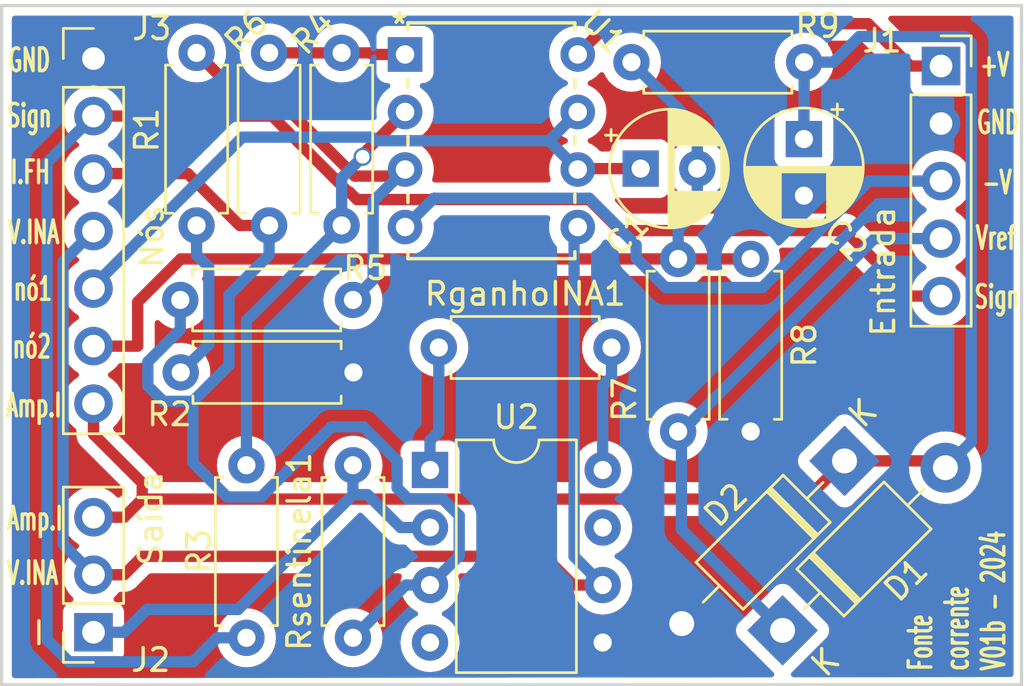
<source format=kicad_pcb>
(kicad_pcb (version 20221018) (generator pcbnew)
  (layers (0 "F.Cu" signal) (31 "B.Cu" signal) (34 "B.Paste" user) (35 "F.Paste" user) (36 "B.SilkS" user "B.Silkscreen") (37 "F.SilkS" user "F.Silkscreen") (38 "B.Mask" user) (39 "F.Mask" user) (44 "Edge.Cuts" user))
  (net 0 "")
  (net 1 "nó1")
  (net 2 "nó2")
  (net 3 "Net-(U1-+IN1)")
  (net 4 "Earth")
  (net 5 "Vref")
  (net 6 "VCC")
  (net 7 "VEE")
  (net 8 "signal")
  (net 9 "I")
  (net 10 "V_INA")
  (net 11 "Ampl_I")
  (net 12 "out_corrente")
  (net 13 "Net-(U1--IN1)")
  (net 14 "Net-(R1-Pad2)")
  (net 15 "Net-(U1-OUT1)")
  (net 16 "Net-(RganhoINA1-Pad1)")
  (net 17 "Net-(RganhoINA1-Pad2)")
  (net 18 "-9V")
  (net 19 "+9V")
  (footprint "Resistor_THT:R_Axial_DIN0207_L6.3mm_D2.5mm_P7.62mm_Horizontal" (layer "F.Cu") (at 228.25 93.49 -90)
    (fp_text reference "R8" (at 3.81 -2.37 90) (layer "F.SilkS"))
    (fp_text value "100k")
    (pad "1" thru_hole circle (at 0 0 270) (size 1.6 1.6) (drill 0.8) (layers "*.Cu" "*.Mask") (net 2 "nó2"))
    (pad "2" thru_hole oval (at 7.62 0 270) (size 1.6 1.6) (drill 0.8) (layers "*.Cu" "*.Mask") (net 4 "Earth"))
  )
  (footprint "Capacitor_THT:CP_Radial_D5.0mm_P2.50mm" (layer "F.Cu") (at 223.3949 89.5)
    (fp_text reference "C1" (at -0.594888 2.9 45) (layer "F.SilkS"))
    (fp_text value "1 uF")
    (pad "1" thru_hole rect (at 0 0) (size 1.6 1.6) (drill 0.8) (layers "*.Cu" "*.Mask") (net 1 "nó1"))
    (pad "2" thru_hole circle (at 2.5 0) (size 1.6 1.6) (drill 0.8) (layers "*.Cu" "*.Mask") (net 2 "nó2"))
  )
  (footprint "Connector_PinSocket_2.54mm:PinSocket_1x03_P2.54mm_Vertical" (layer "F.Cu") (at 199.25 109.975 180)
    (fp_text reference "J2" (at -2.525 -1.225 180) (layer "F.SilkS"))
    (fp_text value "Saída" (at -2.525 5.025 270) (layer "F.SilkS"))
    (pad "1" thru_hole rect (at 0 0 180) (size 1.7 1.7) (drill 1) (layers "*.Cu" "*.Mask") (net 9 "I"))
    (pad "2" thru_hole oval (at 0 2.54 180) (size 1.7 1.7) (drill 1) (layers "*.Cu" "*.Mask") (net 10 "V_INA"))
    (pad "3" thru_hole oval (at 0 5.08 180) (size 1.7 1.7) (drill 1) (layers "*.Cu" "*.Mask") (net 11 "Ampl_I"))
  )
  (footprint "Resistor_THT:R_Axial_DIN0207_L6.3mm_D2.5mm_P7.62mm_Horizontal" (layer "F.Cu") (at 214.49 97.4)
    (fp_text reference "RganhoINA1" (at 3.81 -2.37) (layer "F.SilkS"))
    (fp_text value "3,3k")
    (pad "1" thru_hole circle (at 0 0) (size 1.6 1.6) (drill 0.8) (layers "*.Cu" "*.Mask") (net 16 "Net-(RganhoINA1-Pad1)"))
    (pad "2" thru_hole oval (at 7.62 0) (size 1.6 1.6) (drill 0.8) (layers "*.Cu" "*.Mask") (net 17 "Net-(RganhoINA1-Pad2)"))
  )
  (footprint "Resistor_THT:R_Axial_DIN0207_L6.3mm_D2.5mm_P7.62mm_Horizontal" (layer "F.Cu") (at 203.8 84.39 -90)
    (fp_text reference "R1" (at 3.41 2.2 90) (layer "F.SilkS"))
    (fp_text value "100k")
    (pad "1" thru_hole circle (at 0 0 270) (size 1.6 1.6) (drill 0.8) (layers "*.Cu" "*.Mask") (net 3 "Net-(U1-+IN1)"))
    (pad "2" thru_hole oval (at 7.62 0 270) (size 1.6 1.6) (drill 0.8) (layers "*.Cu" "*.Mask") (net 14 "Net-(R1-Pad2)"))
  )
  (footprint "Resistor_THT:R_Axial_DIN0207_L6.3mm_D2.5mm_P7.62mm_Horizontal" (layer "F.Cu") (at 210.2 92.01 90)
    (fp_text reference "R4" (at 8.51 -1.25 225) (layer "F.SilkS"))
    (fp_text value "100k")
    (pad "1" thru_hole circle (at 0 0 90) (size 1.6 1.6) (drill 0.8) (layers "*.Cu" "*.Mask") (net 13 "Net-(U1--IN1)"))
    (pad "2" thru_hole oval (at 7.62 0 90) (size 1.6 1.6) (drill 0.8) (layers "*.Cu" "*.Mask") (net 15 "Net-(U1-OUT1)"))
  )
  (footprint "Diode_THT:D_DO-41_SOD81_P10.16mm_Horizontal" (layer "F.Cu") (at 229.6579 109.8921 45)
    (fp_text reference "D1" (at 5.433553 2.262741 45) (layer "F.SilkS"))
    (fp_text value "1N5819")
    (fp_text user "K" (at 0.342385 2.333452 45) (layer "F.SilkS"))
    (pad "1" thru_hole rect (at 0 0 45) (size 2.2 2.2) (drill 1.1) (layers "*.Cu" "*.Mask") (net 5 "Vref"))
    (pad "2" thru_hole oval (at 10.16 0 45) (size 2.2 2.2) (drill 1.1) (layers "*.Cu" "*.Mask") (net 11 "Ampl_I"))
  )
  (footprint "Resistor_THT:R_Axial_DIN0207_L6.3mm_D2.5mm_P7.62mm_Horizontal" (layer "F.Cu") (at 210.7 95.3 180)
    (fp_text reference "R5" (at -0.55 1.4) (layer "F.SilkS"))
    (fp_text value "100k")
    (pad "1" thru_hole circle (at 0 0 180) (size 1.6 1.6) (drill 0.8) (layers "*.Cu" "*.Mask") (net 3 "Net-(U1-+IN1)"))
    (pad "2" thru_hole oval (at 7.62 0 180) (size 1.6 1.6) (drill 0.8) (layers "*.Cu" "*.Mask") (net 12 "out_corrente"))
  )
  (footprint "Resistor_THT:R_Axial_DIN0207_L6.3mm_D2.5mm_P7.62mm_Horizontal" (layer "F.Cu") (at 210.7 110.22 90)
    (fp_text reference "Rsentinela1" (at 3.81 -2.37 90) (layer "F.SilkS"))
    (fp_text value "10")
    (pad "1" thru_hole circle (at 0 0 90) (size 1.6 1.6) (drill 0.8) (layers "*.Cu" "*.Mask") (net 12 "out_corrente"))
    (pad "2" thru_hole oval (at 7.62 0 90) (size 1.6 1.6) (drill 0.8) (layers "*.Cu" "*.Mask") (net 9 "I"))
  )
  (footprint "Package_DIP:DIP-8_W7.62mm" (layer "F.Cu") (at 214.1 102.81)
    (fp_text reference "U2" (at 3.81 -2.33) (layer "F.SilkS"))
    (fp_text value "INA128")
    (pad "1" thru_hole rect (at 0 0) (size 1.6 1.6) (drill 0.8) (layers "*.Cu" "*.Mask") (net 16 "Net-(RganhoINA1-Pad1)"))
    (pad "2" thru_hole oval (at 0 2.54) (size 1.6 1.6) (drill 0.8) (layers "*.Cu" "*.Mask") (net 9 "I"))
    (pad "3" thru_hole oval (at 0 5.08) (size 1.6 1.6) (drill 0.8) (layers "*.Cu" "*.Mask") (net 12 "out_corrente"))
    (pad "4" thru_hole oval (at 0 7.62) (size 1.6 1.6) (drill 0.8) (layers "*.Cu" "*.Mask") (net 18 "-9V"))
    (pad "5" thru_hole oval (at 7.62 7.62) (size 1.6 1.6) (drill 0.8) (layers "*.Cu" "*.Mask") (net 4 "Earth"))
    (pad "6" thru_hole oval (at 7.62 5.08) (size 1.6 1.6) (drill 0.8) (layers "*.Cu" "*.Mask") (net 10 "V_INA"))
    (pad "7" thru_hole oval (at 7.62 2.54) (size 1.6 1.6) (drill 0.8) (layers "*.Cu" "*.Mask") (net 19 "+9V"))
    (pad "8" thru_hole oval (at 7.62 0) (size 1.6 1.6) (drill 0.8) (layers "*.Cu" "*.Mask") (net 17 "Net-(RganhoINA1-Pad2)"))
  )
  (footprint "Resistor_THT:R_Axial_DIN0207_L6.3mm_D2.5mm_P7.62mm_Horizontal" (layer "F.Cu") (at 207 84.39 -90)
    (fp_text reference "R6" (at -0.94 1 -135) (layer "F.SilkS"))
    (fp_text value "1k")
    (pad "1" thru_hole circle (at 0 0 270) (size 1.6 1.6) (drill 0.8) (layers "*.Cu" "*.Mask") (net 15 "Net-(U1-OUT1)"))
    (pad "2" thru_hole oval (at 7.62 0 270) (size 1.6 1.6) (drill 0.8) (layers "*.Cu" "*.Mask") (net 12 "out_corrente"))
  )
  (footprint "Resistor_THT:R_Axial_DIN0207_L6.3mm_D2.5mm_P7.62mm_Horizontal" (layer "F.Cu") (at 206 102.6 -90)
    (fp_text reference "R3" (at 3.8 2.1 90) (layer "F.SilkS"))
    (fp_text value "100k")
    (pad "1" thru_hole circle (at 0 0 270) (size 1.6 1.6) (drill 0.8) (layers "*.Cu" "*.Mask") (net 13 "Net-(U1--IN1)"))
    (pad "2" thru_hole oval (at 7.62 0 270) (size 1.6 1.6) (drill 0.8) (layers "*.Cu" "*.Mask") (net 8 "signal"))
  )
  (footprint "AD828:N_8_ADI" (layer "F.Cu") (at 213 84.46)
    (fp_text reference "U1" (at 8.75 -1.01 -45 unlocked) (layer "F.SilkS"))
    (fp_text value "AD828AN")
    (fp_text user "*" (at -0.25 -1.31) (layer "F.SilkS"))
    (pad "1" thru_hole rect (at 0 0) (size 1.524 1.524) (drill 0.8128) (layers "*.Cu" "*.Mask") (net 15 "Net-(U1-OUT1)"))
    (pad "2" thru_hole circle (at 0 2.54) (size 1.524 1.524) (drill 0.8128) (layers "*.Cu" "*.Mask") (net 13 "Net-(U1--IN1)"))
    (pad "3" thru_hole circle (at 0 5.08) (size 1.524 1.524) (drill 0.8128) (layers "*.Cu" "*.Mask") (net 3 "Net-(U1-+IN1)"))
    (pad "4" thru_hole circle (at 0 7.62) (size 1.524 1.524) (drill 0.8128) (layers "*.Cu" "*.Mask") (net 7 "VEE"))
    (pad "5" thru_hole circle (at 7.62 7.62) (size 1.524 1.524) (drill 0.8128) (layers "*.Cu" "*.Mask") (net 10 "V_INA"))
    (pad "6" thru_hole circle (at 7.62 5.08) (size 1.524 1.524) (drill 0.8128) (layers "*.Cu" "*.Mask") (net 1 "nó1"))
    (pad "7" thru_hole circle (at 7.62 2.54) (size 1.524 1.524) (drill 0.8128) (layers "*.Cu" "*.Mask") (net 1 "nó1"))
    (pad "8" thru_hole circle (at 7.62 0) (size 1.524 1.524) (drill 0.8128) (layers "*.Cu" "*.Mask") (net 6 "VCC"))
  )
  (footprint "Capacitor_THT:CP_Radial_D5.0mm_P2.50mm" (layer "F.Cu") (at 230.6 88.1949 -90)
    (fp_text reference "C2" (at 4.455113 -1.85 -225) (layer "F.SilkS"))
    (fp_text value "470 pF")
    (pad "1" thru_hole rect (at 0 0 270) (size 1.6 1.6) (drill 0.8) (layers "*.Cu" "*.Mask") (net 11 "Ampl_I"))
    (pad "2" thru_hole circle (at 2.5 0 270) (size 1.6 1.6) (drill 0.8) (layers "*.Cu" "*.Mask") (net 4 "Earth"))
  )
  (footprint "Resistor_THT:R_Axial_DIN0207_L6.3mm_D2.5mm_P7.62mm_Horizontal" (layer "F.Cu") (at 225.05 101.11 90)
    (fp_text reference "R7" (at 1.41 -2.37 90) (layer "F.SilkS"))
    (fp_text value "100k")
    (pad "1" thru_hole circle (at 0 0 90) (size 1.6 1.6) (drill 0.8) (layers "*.Cu" "*.Mask") (net 5 "Vref"))
    (pad "2" thru_hole oval (at 7.62 0 90) (size 1.6 1.6) (drill 0.8) (layers "*.Cu" "*.Mask") (net 2 "nó2"))
  )
  (footprint "Connector_PinHeader_2.54mm:PinHeader_1x07_P2.54mm_Vertical" (layer "F.Cu") (at 199.25 84.64)
    (fp_text reference "J3" (at 2.575 -1.34) (layer "F.SilkS"))
    (fp_text value "Nós" (at 2.575 7.86 90) (layer "F.SilkS"))
    (pad "1" thru_hole rect (at 0 0) (size 1.7 1.7) (drill 1) (layers "*.Cu" "*.Mask") (net 4 "Earth"))
    (pad "2" thru_hole oval (at 0 2.54) (size 1.7 1.7) (drill 1) (layers "*.Cu" "*.Mask") (net 8 "signal"))
    (pad "3" thru_hole oval (at 0 5.08) (size 1.7 1.7) (drill 1) (layers "*.Cu" "*.Mask") (net 12 "out_corrente"))
    (pad "4" thru_hole oval (at 0 7.62) (size 1.7 1.7) (drill 1) (layers "*.Cu" "*.Mask") (net 10 "V_INA"))
    (pad "5" thru_hole oval (at 0 10.16) (size 1.7 1.7) (drill 1) (layers "*.Cu" "*.Mask") (net 1 "nó1"))
    (pad "6" thru_hole oval (at 0 12.7) (size 1.7 1.7) (drill 1) (layers "*.Cu" "*.Mask") (net 2 "nó2"))
    (pad "7" thru_hole oval (at 0 15.24) (size 1.7 1.7) (drill 1) (layers "*.Cu" "*.Mask") (net 11 "Ampl_I"))
  )
  (footprint "Diode_THT:D_DO-41_SOD81_P10.16mm_Horizontal" (layer "F.Cu") (at 232.3921 102.4079 -135)
    (fp_text reference "D2" (at 5.08 2.333453 45) (layer "F.SilkS"))
    (fp_text value "1N5819")
    (fp_text user "K" (at -2.061778 0.91924 45) (layer "F.SilkS"))
    (pad "1" thru_hole rect (at 0 0 225) (size 2.2 2.2) (drill 1.1) (layers "*.Cu" "*.Mask") (net 11 "Ampl_I"))
    (pad "2" thru_hole oval (at 10.16 0 225) (size 2.2 2.2) (drill 1.1) (layers "*.Cu" "*.Mask") (net 4 "Earth"))
  )
  (footprint "Connector_PinSocket_2.54mm:PinSocket_1x05_P2.54mm_Vertical" (layer "F.Cu") (at 236.65 84.97)
    (fp_text reference "J1" (at -2.6 -1.12) (layer "F.SilkS"))
    (fp_text value "Entrada" (at -2.55 9.08 90) (layer "F.SilkS"))
    (pad "1" thru_hole rect (at 0 0) (size 1.7 1.7) (drill 1) (layers "*.Cu" "*.Mask") (net 6 "VCC"))
    (pad "2" thru_hole oval (at 0 2.54) (size 1.7 1.7) (drill 1) (layers "*.Cu" "*.Mask") (net 4 "Earth"))
    (pad "3" thru_hole oval (at 0 5.08) (size 1.7 1.7) (drill 1) (layers "*.Cu" "*.Mask") (net 7 "VEE"))
    (pad "4" thru_hole oval (at 0 7.62) (size 1.7 1.7) (drill 1) (layers "*.Cu" "*.Mask") (net 5 "Vref"))
    (pad "5" thru_hole oval (at 0 10.16) (size 1.7 1.7) (drill 1) (layers "*.Cu" "*.Mask") (net 8 "signal"))
  )
  (footprint "Resistor_THT:R_Axial_DIN0207_L6.3mm_D2.5mm_P7.62mm_Horizontal" (layer "F.Cu") (at 222.99 84.8)
    (fp_text reference "R9" (at 8.21 -1.6) (layer "F.SilkS"))
    (fp_text value "220")
    (pad "1" thru_hole circle (at 0 0) (size 1.6 1.6) (drill 0.8) (layers "*.Cu" "*.Mask") (net 2 "nó2"))
    (pad "2" thru_hole oval (at 7.62 0) (size 1.6 1.6) (drill 0.8) (layers "*.Cu" "*.Mask") (net 11 "Ampl_I"))
  )
  (footprint "Resistor_THT:R_Axial_DIN0207_L6.3mm_D2.5mm_P7.62mm_Horizontal" (layer "F.Cu") (at 203.1 98.5)
    (fp_text reference "R2" (at -0.5 1.85) (layer "F.SilkS"))
    (fp_text value "1k")
    (pad "1" thru_hole circle (at 0 0) (size 1.6 1.6) (drill 0.8) (layers "*.Cu" "*.Mask") (net 14 "Net-(R1-Pad2)"))
    (pad "2" thru_hole oval (at 7.62 0) (size 1.6 1.6) (drill 0.8) (layers "*.Cu" "*.Mask") (net 4 "Earth"))
  )
  (gr_line (start 195.2 112.3) (end 240.2 112.3) (stroke (width 0.15)) (layer "Edge.Cuts"))
  (gr_line (start 195.2 82.3) (end 240.2 82.3) (stroke (width 0.15)) (layer "Edge.Cuts"))
  (gr_line (start 195.2 112.3) (end 195.2 82.3) (stroke (width 0.15)) (layer "Edge.Cuts"))
  (gr_line (start 240.2 112.3) (end 240.2 82.3) (stroke (width 0.15)) (layer "Edge.Cuts"))
  (gr_text "Fonte\ncorrente\nV01b - 2024\n" (at 239.55 111.75 90) (layer "F.SilkS") (effects (font (size 1 0.6)) (justify left bottom)))
  (gr_text "GND" (at 238.15 88.05) (layer "F.SilkS") (effects (font (size 1 0.6)) (justify left bottom)))
  (gr_text "GND" (at 195.4 85.3) (layer "F.SilkS") (effects (font (size 1 0.6)) (justify left bottom)))
  (gr_text "V.INA\n" (at 195.35 107.95) (layer "F.SilkS") (effects (font (size 1 0.6)) (justify left bottom)))
  (gr_text "Amp.I\n" (at 195.35 105.55) (layer "F.SilkS") (effects (font (size 1 0.6)) (justify left bottom)))
  (gr_text "Sign" (at 195.35 87.75) (layer "F.SilkS") (effects (font (size 1 0.6)) (justify left bottom)))
  (gr_text "V.INA\n" (at 195.4 92.9) (layer "F.SilkS") (effects (font (size 1 0.6)) (justify left bottom)))
  (gr_text "I\n" (at 196.6 110.6) (layer "F.SilkS") (effects (font (size 1 0.6)) (justify left bottom)))
  (gr_text "Vref" (at 238.1 93.15) (layer "F.SilkS") (effects (font (size 1 0.6)) (justify left bottom)))
  (gr_text "-V\n" (at 238.4 90.7) (layer "F.SilkS") (effects (font (size 1 0.6)) (justify left bottom)))
  (gr_text "nó1\n" (at 195.65 95.4) (layer "F.SilkS") (effects (font (size 1 0.6)) (justify left bottom)))
  (gr_text "nó2\n" (at 195.6 97.95) (layer "F.SilkS") (effects (font (size 1 0.6)) (justify left bottom)))
  (gr_text "I.FH" (at 195.5 90.25) (layer "F.SilkS") (effects (font (size 1 0.6)) (justify left bottom)))
  (gr_text "Sign" (at 238.05 95.75) (layer "F.SilkS") (effects (font (size 1 0.6)) (justify left bottom)))
  (gr_text "+V" (at 238.3 85.5) (layer "F.SilkS") (effects (font (size 1 0.6)) (justify left bottom)))
  (gr_text "Amp.I\n" (at 195.3 100.55) (layer "F.SilkS") (effects (font (size 1 0.6)) (justify left bottom)))
  (segment (start 220.66 89.5) (end 223.3949 89.5) (width 0.5) (layer "F.Cu") (net 1))
  (segment (start 220.62 89.54) (end 220.66 89.5) (width 0.5) (layer "F.Cu") (net 1))
  (segment (start 205.8233 88.1108) (end 211.5221 88.1108) (width 0.5) (layer "B.Cu") (net 1))
  (segment (start 199.25 94.8) (end 199.25 94.6841) (width 0.5) (layer "B.Cu") (net 1))
  (segment (start 199.25 94.6841) (end 205.8233 88.1108) (width 0.5) (layer "B.Cu") (net 1))
  (segment (start 220.62 87) (end 219.35 88.27) (width 0.5) (layer "B.Cu") (net 1))
  (segment (start 219.35 88.27) (end 220.62 89.54) (width 0.5) (layer "B.Cu") (net 1))
  (segment (start 211.5221 88.1108) (end 211.6813 88.27) (width 0.5) (layer "B.Cu") (net 1))
  (segment (start 211.6813 88.27) (end 219.35 88.27) (width 0.5) (layer "B.Cu") (net 1))
  (segment (start 225.05 93.49) (end 228.25 93.49) (width 0.5) (layer "F.Cu") (net 2))
  (segment (start 199.25 97.34) (end 201.2 97.34) (width 0.5) (layer "F.Cu") (net 2))
  (segment (start 201.2 97.34) (end 201.2 95.39) (width 0.5) (layer "F.Cu") (net 2))
  (segment (start 201.2 95.39) (end 203.1 93.49) (width 0.5) (layer "F.Cu") (net 2))
  (segment (start 203.1 93.49) (end 225.05 93.49) (width 0.5) (layer "F.Cu") (net 2))
  (segment (start 225.8949 91.3451) (end 225.05 92.19) (width 0.5) (layer "B.Cu") (net 2))
  (segment (start 222.99 84.8) (end 225.8949 87.7049) (width 0.5) (layer "B.Cu") (net 2))
  (segment (start 225.05 93.49) (end 225.05 92.19) (width 0.5) (layer "B.Cu") (net 2))
  (segment (start 225.8949 87.7049) (end 225.8949 89.5) (width 0.5) (layer "B.Cu") (net 2))
  (segment (start 225.8949 89.5) (end 225.8949 91.3451) (width 0.5) (layer "B.Cu") (net 2))
  (segment (start 203.8 84.39) (end 205.8896 86.4796) (width 0.5) (layer "F.Cu") (net 3))
  (segment (start 212.7086 89.8314) (end 213 89.54) (width 0.5) (layer "F.Cu") (net 3))
  (segment (start 205.8896 86.4796) (end 207.4269 86.4796) (width 0.5) (layer "F.Cu") (net 3))
  (segment (start 210.7787 89.8314) (end 212.7086 89.8314) (width 0.5) (layer "F.Cu") (net 3))
  (segment (start 207.4269 86.4796) (end 210.7787 89.8314) (width 0.5) (layer "F.Cu") (net 3))
  (segment (start 211.5919 90.9481) (end 211.5919 94.4081) (width 0.5) (layer "B.Cu") (net 3))
  (segment (start 211.5919 94.4081) (end 210.7 95.3) (width 0.5) (layer "B.Cu") (net 3))
  (segment (start 213 89.54) (end 211.5919 90.9481) (width 0.5) (layer "B.Cu") (net 3))
  (segment (start 225.1953 101.11) (end 225.1953 105.4295) (width 0.5) (layer "B.Cu") (net 5))
  (segment (start 225.1953 105.4295) (end 229.6579 109.8921) (width 0.5) (layer "B.Cu") (net 5))
  (segment (start 233.7153 92.59) (end 225.1953 101.11) (width 0.5) (layer "B.Cu") (net 5))
  (segment (start 236.65 92.59) (end 233.7153 92.59) (width 0.5) (layer "B.Cu") (net 5))
  (segment (start 225.1953 101.11) (end 225.05 101.11) (width 0.5) (layer "B.Cu") (net 5))
  (segment (start 221.98 83.1) (end 220.62 84.46) (width 0.5) (layer "F.Cu") (net 6))
  (segment (start 236.65 84.97) (end 235.3 84.97) (width 0.5) (layer "F.Cu") (net 6))
  (segment (start 233.43 83.1) (end 221.98 83.1) (width 0.5) (layer "F.Cu") (net 6))
  (segment (start 235.3 84.97) (end 233.43 83.1) (width 0.5) (layer "F.Cu") (net 6))
  (segment (start 221.1315 90.81) (end 214.27 90.81) (width 0.5) (layer "B.Cu") (net 7))
  (segment (start 228.7581 94.7524) (end 224.4961 94.7524) (width 0.5) (layer "B.Cu") (net 7))
  (segment (start 224.4961 94.7524) (end 223.1945 93.4508) (width 0.5) (layer "B.Cu") (net 7))
  (segment (start 214.27 90.81) (end 213 92.08) (width 0.5) (layer "B.Cu") (net 7))
  (segment (start 223.1945 93.4508) (end 223.1945 92.873) (width 0.5) (layer "B.Cu") (net 7))
  (segment (start 233.4605 90.05) (end 228.7581 94.7524) (width 0.5) (layer "B.Cu") (net 7))
  (segment (start 236.65 90.05) (end 233.4605 90.05) (width 0.5) (layer "B.Cu") (net 7))
  (segment (start 223.1945 92.873) (end 221.1315 90.81) (width 0.5) (layer "B.Cu") (net 7))
  (segment (start 207.1361 87.1815) (end 210.4879 90.5333) (width 0.5) (layer "F.Cu") (net 8))
  (segment (start 222.4949 92.2381) (end 232.4081 92.2381) (width 0.5) (layer "F.Cu") (net 8))
  (segment (start 236.65 95.13) (end 235.3 95.13) (width 0.5) (layer "F.Cu") (net 8))
  (segment (start 200.6015 87.1815) (end 207.1361 87.1815) (width 0.5) (layer "F.Cu") (net 8))
  (segment (start 210.8773 90.8661) (end 221.1229 90.8661) (width 0.5) (layer "F.Cu") (net 8))
  (segment (start 210.5445 90.5333) (end 210.8773 90.8661) (width 0.5) (layer "F.Cu") (net 8))
  (segment (start 210.4879 90.5333) (end 210.5445 90.5333) (width 0.5) (layer "F.Cu") (net 8))
  (segment (start 200.6 87.18) (end 200.6015 87.1815) (width 0.5) (layer "F.Cu") (net 8))
  (segment (start 199.25 87.18) (end 200.6 87.18) (width 0.5) (layer "F.Cu") (net 8))
  (segment (start 221.1229 90.8661) (end 222.4949 92.2381) (width 0.5) (layer "F.Cu") (net 8))
  (segment (start 232.4081 92.2381) (end 235.3 95.13) (width 0.5) (layer "F.Cu") (net 8))
  (segment (start 197.201 110.3058) (end 198.1721 111.2769) (width 0.5) (layer "B.Cu") (net 8))
  (segment (start 203.6431 111.2769) (end 204.7 110.22) (width 0.5) (layer "B.Cu") (net 8))
  (segment (start 199.25 87.18) (end 197.201 89.229) (width 0.5) (layer "B.Cu") (net 8))
  (segment (start 206 110.22) (end 204.7 110.22) (width 0.5) (layer "B.Cu") (net 8))
  (segment (start 197.201 89.229) (end 197.201 110.3058) (width 0.5) (layer "B.Cu") (net 8))
  (segment (start 198.1721 111.2769) (end 203.6431 111.2769) (width 0.5) (layer "B.Cu") (net 8))
  (segment (start 201.6069 108.9681) (end 205.6319 108.9681) (width 0.5) (layer "B.Cu") (net 9))
  (segment (start 214.1 105.35) (end 212.8 105.35) (width 0.5) (layer "B.Cu") (net 9))
  (segment (start 205.6319 108.9681) (end 210.7 103.9) (width 0.5) (layer "B.Cu") (net 9))
  (segment (start 200.6 109.975) (end 201.6069 108.9681) (width 0.5) (layer "B.Cu") (net 9))
  (segment (start 210.7 102.6) (end 210.7 103.9) (width 0.5) (layer "B.Cu") (net 9))
  (segment (start 211.35 103.9) (end 210.7 103.9) (width 0.5) (layer "B.Cu") (net 9))
  (segment (start 212.8 105.35) (end 211.35 103.9) (width 0.5) (layer "B.Cu") (net 9))
  (segment (start 199.25 109.975) (end 200.6 109.975) (width 0.5) (layer "B.Cu") (net 9))
  (segment (start 221.72 107.89) (end 220.42 107.89) (width 0.5) (layer "F.Cu") (net 10))
  (segment (start 200.6 107.435) (end 201.4149 106.6201) (width 0.5) (layer "F.Cu") (net 10))
  (segment (start 201.4149 106.6201) (end 219.1501 106.6201) (width 0.5) (layer "F.Cu") (net 10))
  (segment (start 219.1501 106.6201) (end 220.42 107.89) (width 0.5) (layer "F.Cu") (net 10))
  (segment (start 199.25 107.435) (end 200.6 107.435) (width 0.5) (layer "F.Cu") (net 10))
  (segment (start 199.25 107.435) (end 197.907 106.092) (width 0.5) (layer "B.Cu") (net 10))
  (segment (start 197.907 106.092) (end 197.907 93.603) (width 0.5) (layer "B.Cu") (net 10))
  (segment (start 220.4569 92.2431) (end 220.62 92.08) (width 0.5) (layer "B.Cu") (net 10))
  (segment (start 220.4569 106.6269) (end 220.4569 92.2431) (width 0.5) (layer "B.Cu") (net 10))
  (segment (start 197.907 93.603) (end 199.25 92.26) (width 0.5) (layer "B.Cu") (net 10))
  (segment (start 221.72 107.89) (end 220.4569 106.6269) (width 0.5) (layer "B.Cu") (net 10))
  (segment (start 236.842105 102.707895) (end 236.8421 102.7079) (width 0.5) (layer "F.Cu") (net 11))
  (segment (start 232.3921 102.4079) (end 236.54211 102.4079) (width 0.5) (layer "F.Cu") (net 11))
  (segment (start 201.4013 103.3813) (end 201.4013 104.0937) (width 0.5) (layer "F.Cu") (net 11))
  (segment (start 200.6 104.895) (end 201.4013 104.0937) (width 0.5) (layer "F.Cu") (net 11))
  (segment (start 199.25 104.895) (end 200.6 104.895) (width 0.5) (layer "F.Cu") (net 11))
  (segment (start 199.25 101.23) (end 201.4013 103.3813) (width 0.5) (layer "F.Cu") (net 11))
  (segment (start 201.4013 104.0937) (end 230.7063 104.0937) (width 0.5) (layer "F.Cu") (net 11))
  (segment (start 230.7063 104.0937) (end 232.3921 102.4079) (width 0.5) (layer "F.Cu") (net 11))
  (segment (start 199.25 99.88) (end 199.25 101.23) (width 0.5) (layer "F.Cu") (net 11))
  (segment (start 236.54211 102.4079) (end 236.842105 102.707895) (width 0.5) (layer "F.Cu") (net 11))
  (segment (start 230.61 84.8) (end 231.91 84.8) (width 0.5) (layer "B.Cu") (net 11))
  (segment (start 237.7058 83.6681) (end 233.0419 83.6681) (width 0.5) (layer "B.Cu") (net 11))
  (segment (start 233.0419 83.6681) (end 231.91 84.8) (width 0.5) (layer "B.Cu") (net 11))
  (segment (start 237.9843 101.5657) (end 237.9843 83.9466) (width 0.5) (layer "B.Cu") (net 11))
  (segment (start 237.9843 83.9466) (end 237.7058 83.6681) (width 0.5) (layer "B.Cu") (net 11))
  (segment (start 230.61 86.8849) (end 230.61 84.8) (width 0.5) (layer "B.Cu") (net 11))
  (segment (start 230.6 86.8949) (end 230.61 86.8849) (width 0.5) (layer "B.Cu") (net 11))
  (segment (start 236.8421 102.7079) (end 237.9843 101.5657) (width 0.5) (layer "B.Cu") (net 11))
  (segment (start 230.6 88.1949) (end 230.6 86.8949) (width 0.5) (layer "B.Cu") (net 11))
  (segment (start 203.41 89.72) (end 205.7 92.01) (width 0.5) (layer "F.Cu") (net 12))
  (segment (start 207 92.01) (end 205.7 92.01) (width 0.5) (layer "F.Cu") (net 12))
  (segment (start 199.25 89.72) (end 203.41 89.72) (width 0.5) (layer "F.Cu") (net 12))
  (segment (start 201.65 99.1) (end 201.65 98.03) (width 0.5) (layer "B.Cu") (net 12))
  (segment (start 212.6477 103.5968) (end 213.1308 104.0799) (width 0.5) (layer "B.Cu") (net 12))
  (segment (start 213.1308 104.0799) (end 214.6466 104.0799) (width 0.5) (layer "B.Cu") (net 12))
  (segment (start 203.6375 99.7767) (end 203.6375 102.4875) (width 0.5) (layer "B.Cu") (net 12))
  (segment (start 203.6375 102.4875) (end 205.15 104) (width 0.5) (layer "B.Cu") (net 12))
  (segment (start 205.2345 95.0755) (end 205.2345 98.1797) (width 0.5) (layer "B.Cu") (net 12))
  (segment (start 207 92.01) (end 207 93.31) (width 0.5) (layer "B.Cu") (net 12))
  (segment (start 213.03 107.89) (end 210.7 110.22) (width 0.5) (layer "B.Cu") (net 12))
  (segment (start 202.3267 99.7767) (end 201.65 99.1) (width 0.5) (layer "B.Cu") (net 12))
  (segment (start 205.2345 98.1797) (end 203.6375 99.7767) (width 0.5) (layer "B.Cu") (net 12))
  (segment (start 203.08 96.6) (end 203.08 95.3) (width 0.5) (layer "B.Cu") (net 12))
  (segment (start 214.1 107.89) (end 213.03 107.89) (width 0.5) (layer "B.Cu") (net 12))
  (segment (start 215.3896 106.6004) (end 214.1 107.89) (width 0.5) (layer "B.Cu") (net 12))
  (segment (start 214.6466 104.0799) (end 215.3896 104.8229) (width 0.5) (layer "B.Cu") (net 12))
  (segment (start 207 93.31) (end 205.2345 95.0755) (width 0.5) (layer "B.Cu") (net 12))
  (segment (start 206.65 104) (end 209.75 100.9) (width 0.5) (layer "B.Cu") (net 12))
  (segment (start 201.65 98.03) (end 203.08 96.6) (width 0.5) (layer "B.Cu") (net 12))
  (segment (start 215.3896 104.8229) (end 215.3896 106.6004) (width 0.5) (layer "B.Cu") (net 12))
  (segment (start 211.15 100.9) (end 212.6477 102.3977) (width 0.5) (layer "B.Cu") (net 12))
  (segment (start 203.6375 99.7767) (end 202.3267 99.7767) (width 0.5) (layer "B.Cu") (net 12))
  (segment (start 212.6477 102.3977) (end 212.6477 103.5968) (width 0.5) (layer "B.Cu") (net 12))
  (segment (start 209.75 100.9) (end 211.15 100.9) (width 0.5) (layer "B.Cu") (net 12))
  (segment (start 205.15 104) (end 206.65 104) (width 0.5) (layer "B.Cu") (net 12))
  (segment (start 213 87) (end 211.1315 88.8685) (width 0.5) (layer "F.Cu") (net 13))
  (segment (start 211.1315 88.8685) (end 211.1315 88.9795) (width 0.5) (layer "F.Cu") (net 13))
  (via (at 211.1315 88.9795) (size 0.8) (drill 0.6) (layers "F.Cu" "B.Cu") (net 13))
  (segment (start 206 96.21) (end 210.2 92.01) (width 0.5) (layer "B.Cu") (net 13))
  (segment (start 210.2 89.911) (end 211.1315 88.9795) (width 0.5) (layer "B.Cu") (net 13))
  (segment (start 206 102.6) (end 206 96.21) (width 0.5) (layer "B.Cu") (net 13))
  (segment (start 210.2 92.01) (end 210.2 89.911) (width 0.5) (layer "B.Cu") (net 13))
  (segment (start 204.3385 93.8485) (end 203.8 93.31) (width 0.5) (layer "B.Cu") (net 14))
  (segment (start 203.8 92.01) (end 203.8 93.31) (width 0.5) (layer "B.Cu") (net 14))
  (segment (start 204.3385 97.2615) (end 204.3385 93.8485) (width 0.5) (layer "B.Cu") (net 14))
  (segment (start 203.1 98.5) (end 204.3385 97.2615) (width 0.5) (layer "B.Cu") (net 14))
  (segment (start 211.57 84.46) (end 211.5 84.39) (width 0.5) (layer "F.Cu") (net 15))
  (segment (start 207 84.39) (end 210.2 84.39) (width 0.5) (layer "F.Cu") (net 15))
  (segment (start 210.2 84.39) (end 211.5 84.39) (width 0.5) (layer "F.Cu") (net 15))
  (segment (start 213 84.46) (end 211.57 84.46) (width 0.5) (layer "F.Cu") (net 15))
  (segment (start 214.1 102.81) (end 214.1 101.51) (width 0.5) (layer "B.Cu") (net 16))
  (segment (start 214.49 101.12) (end 214.49 97.4) (width 0.5) (layer "B.Cu") (net 16))
  (segment (start 214.1 101.51) (end 214.49 101.12) (width 0.5) (layer "B.Cu") (net 16))
  (segment (start 221.72 102.81) (end 221.72 99.09) (width 0.5) (layer "B.Cu") (net 17))
  (segment (start 222.11 97.4) (end 222.11 98.7) (width 0.5) (layer "B.Cu") (net 17))
  (segment (start 221.72 99.09) (end 222.11 98.7) (width 0.5) (layer "B.Cu") (net 17))
  (zone (net 4) (net_name "Earth") (layers "F&B.Cu") (connect_pads yes (clearance 0.5)) (min_thickness 0.25) (fill yes (thermal_gap 0.5) (thermal_bridge_width 0.5))
    (polygon (pts (xy 195.65 82.75) (xy 239.85 82.75) (xy 239.85 111.95) (xy 195.65 112)))
  )
)
</source>
